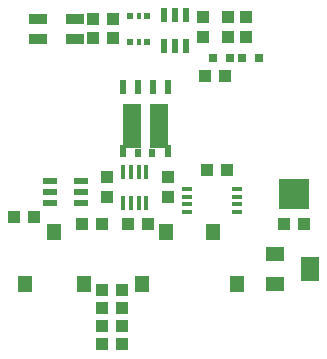
<source format=gtp>
G75*
%MOIN*%
%OFA0B0*%
%FSLAX25Y25*%
%IPPOS*%
%LPD*%
%AMOC8*
5,1,8,0,0,1.08239X$1,22.5*
%
%ADD10R,0.03937X0.04331*%
%ADD11R,0.01575X0.04803*%
%ADD12R,0.04331X0.03937*%
%ADD13R,0.04843X0.02441*%
%ADD14R,0.02441X0.04843*%
%ADD15R,0.01969X0.01969*%
%ADD16R,0.01575X0.02362*%
%ADD17R,0.05906X0.03543*%
%ADD18R,0.03150X0.03150*%
%ADD19R,0.04724X0.05512*%
%ADD20R,0.06299X0.05118*%
%ADD21R,0.06299X0.07874*%
%ADD22R,0.03500X0.01654*%
%ADD23R,0.09843X0.09843*%
%ADD24R,0.02402X0.05000*%
%ADD25R,0.02402X0.04016*%
%ADD26R,0.02402X0.02795*%
%ADD27R,0.06496X0.15000*%
D10*
X0062529Y0048333D03*
X0062529Y0054271D03*
X0062529Y0060208D03*
X0062529Y0066146D03*
X0069221Y0066146D03*
X0069221Y0060208D03*
X0069221Y0054271D03*
X0069221Y0048333D03*
X0062346Y0088333D03*
X0055654Y0088333D03*
X0064000Y0097174D03*
X0064000Y0103867D03*
X0084313Y0103867D03*
X0084313Y0097174D03*
X0097529Y0106458D03*
X0104221Y0106458D03*
X0123154Y0088333D03*
X0129846Y0088333D03*
X0103284Y0137708D03*
X0096591Y0137708D03*
X0066096Y0150208D03*
X0066096Y0156771D03*
X0059404Y0156771D03*
X0059404Y0150208D03*
D11*
X0069536Y0105678D03*
X0072095Y0105678D03*
X0074655Y0105678D03*
X0077214Y0105678D03*
X0077214Y0095363D03*
X0074655Y0095363D03*
X0072095Y0095363D03*
X0069536Y0095363D03*
D12*
X0070966Y0088333D03*
X0077659Y0088333D03*
X0039846Y0090521D03*
X0033154Y0090521D03*
X0096187Y0150612D03*
X0096187Y0157305D03*
X0104312Y0157305D03*
X0110250Y0157305D03*
X0110250Y0150612D03*
X0104312Y0150612D03*
D13*
X0055407Y0102698D03*
X0055407Y0098958D03*
X0055407Y0095218D03*
X0045093Y0095218D03*
X0045093Y0098958D03*
X0045093Y0102698D03*
D14*
X0083072Y0147551D03*
X0086812Y0147551D03*
X0090553Y0147551D03*
X0090553Y0157866D03*
X0086812Y0157866D03*
X0083072Y0157866D03*
D15*
X0077381Y0157664D03*
X0071869Y0157664D03*
X0071869Y0149003D03*
X0077381Y0149003D03*
D16*
X0074625Y0149003D03*
X0074625Y0157664D03*
D17*
X0053227Y0156680D03*
X0053227Y0149987D03*
X0041023Y0149987D03*
X0041023Y0156680D03*
D18*
X0099271Y0143646D03*
X0104979Y0143646D03*
X0108958Y0143646D03*
X0114667Y0143646D03*
D19*
X0036657Y0068422D03*
X0046500Y0085745D03*
X0056343Y0068422D03*
X0075752Y0068422D03*
X0083626Y0085745D03*
X0099374Y0085745D03*
X0107248Y0068422D03*
D20*
X0120166Y0068412D03*
X0120166Y0078255D03*
D21*
X0131584Y0073333D03*
D22*
X0107295Y0092307D03*
X0107295Y0094866D03*
X0107295Y0097425D03*
X0107295Y0099984D03*
X0090705Y0099984D03*
X0090705Y0097425D03*
X0090705Y0094866D03*
X0090705Y0092307D03*
D23*
X0126500Y0098333D03*
D24*
X0084313Y0134062D03*
X0079313Y0134062D03*
X0074313Y0134062D03*
X0069313Y0134062D03*
D25*
X0069313Y0112546D03*
X0084313Y0112546D03*
D26*
X0079214Y0111936D03*
X0074411Y0111936D03*
D27*
X0072364Y0120833D03*
X0081261Y0120833D03*
M02*

</source>
